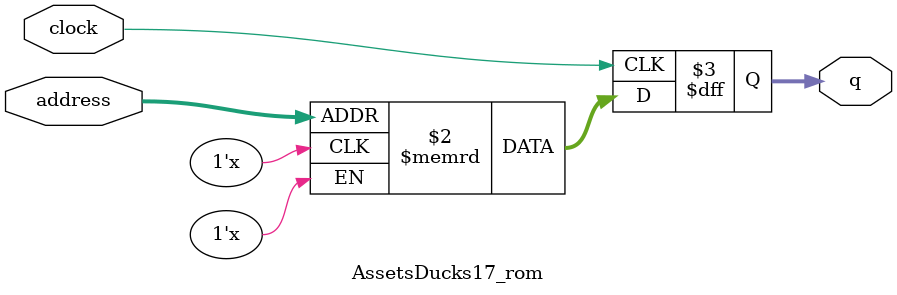
<source format=sv>
module AssetsDucks17_rom (
	input logic clock,
	input logic [11:0] address,
	output logic [3:0] q
);

logic [3:0] memory [0:4095] /* synthesis ram_init_file = "./AssetsDucks17/AssetsDucks17.mif" */;

always_ff @ (posedge clock) begin
	q <= memory[address];
end

endmodule

</source>
